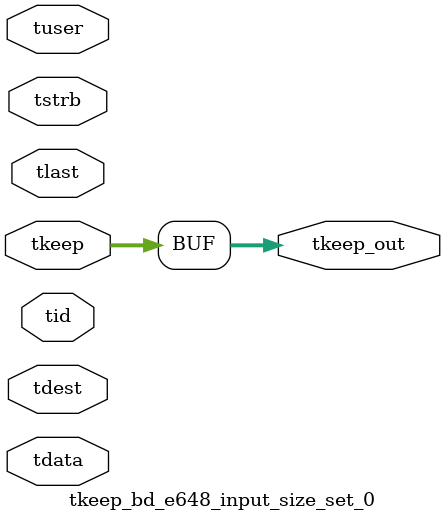
<source format=v>


`timescale 1ps/1ps

module tkeep_bd_e648_input_size_set_0 #
(
parameter C_S_AXIS_TDATA_WIDTH = 32,
parameter C_S_AXIS_TUSER_WIDTH = 0,
parameter C_S_AXIS_TID_WIDTH   = 0,
parameter C_S_AXIS_TDEST_WIDTH = 0,
parameter C_M_AXIS_TDATA_WIDTH = 32
)
(
input  [(C_S_AXIS_TDATA_WIDTH == 0 ? 1 : C_S_AXIS_TDATA_WIDTH)-1:0     ] tdata,
input  [(C_S_AXIS_TUSER_WIDTH == 0 ? 1 : C_S_AXIS_TUSER_WIDTH)-1:0     ] tuser,
input  [(C_S_AXIS_TID_WIDTH   == 0 ? 1 : C_S_AXIS_TID_WIDTH)-1:0       ] tid,
input  [(C_S_AXIS_TDEST_WIDTH == 0 ? 1 : C_S_AXIS_TDEST_WIDTH)-1:0     ] tdest,
input  [(C_S_AXIS_TDATA_WIDTH/8)-1:0 ] tkeep,
input  [(C_S_AXIS_TDATA_WIDTH/8)-1:0 ] tstrb,
input                                                                    tlast,
output [(C_M_AXIS_TDATA_WIDTH/8)-1:0 ] tkeep_out
);

assign tkeep_out = {tkeep[5:0]};

endmodule


</source>
